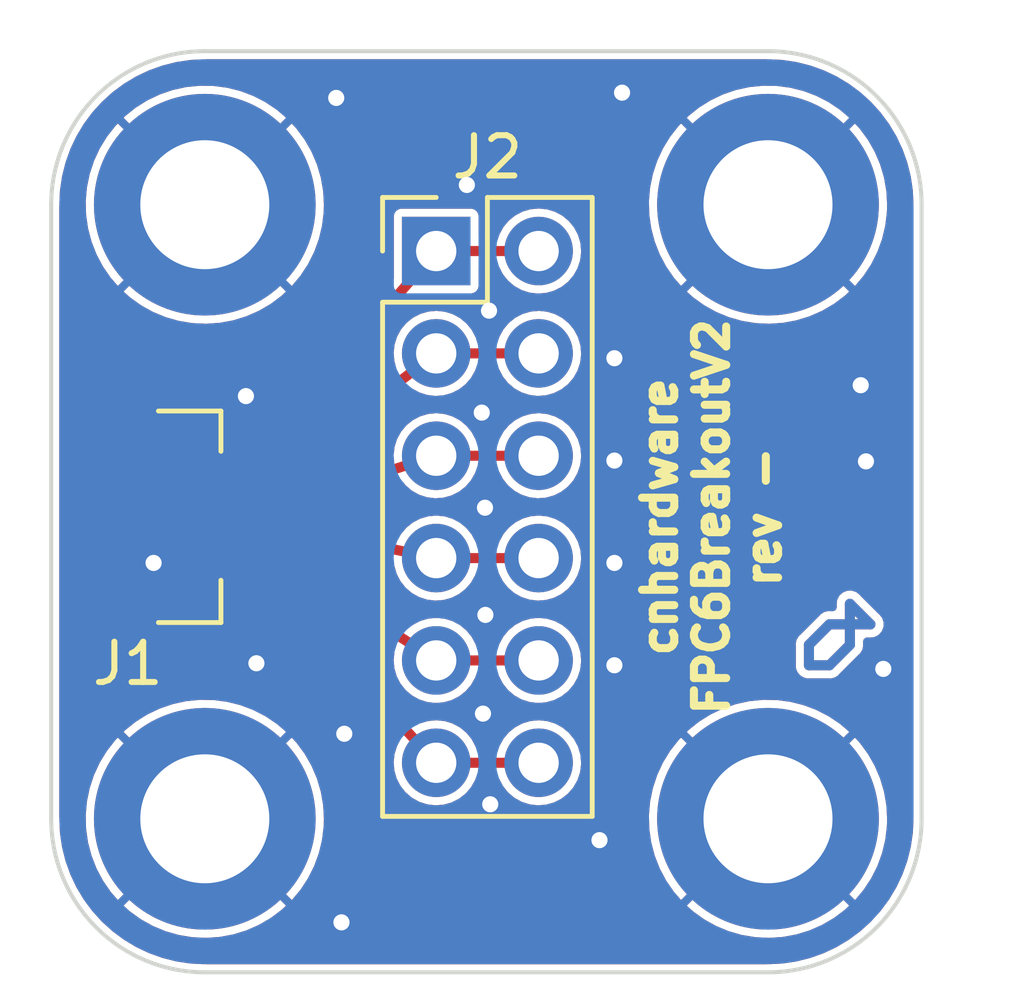
<source format=kicad_pcb>
(kicad_pcb (version 20211014) (generator pcbnew)
  (layers (0 "F.Cu" signal) (31 "B.Cu" signal) (34 "B.Paste" user) (35 "F.Paste" user) (36 "B.SilkS" user "B.Silkscreen") (37 "F.SilkS" user "F.Silkscreen") (38 "B.Mask" user) (39 "F.Mask" user) (44 "Edge.Cuts" user))
  (net 0 "")
  (net 1 "GND")
  (net 2 "Net-(J1-Pad1)")
  (net 3 "Net-(J1-Pad2)")
  (net 4 "Net-(J1-Pad3)")
  (net 5 "Net-(J1-Pad4)")
  (net 6 "Net-(J1-Pad5)")
  (net 7 "Net-(J1-Pad6)")
  (footprint "FPC-6P-_5mm-HC-FPC-05-09-6RLTAG:FPC-6P-_5mm-HC-FPC-05-09-6RLTAG" (layer "F.Cu") (at 47.88 52.17 -90)
    (fp_text reference "J1" (at 3.67 0.26 unlocked) (layer "F.SilkS"))
    (fp_text value "~")
    (fp_line (start 2.65 -2.05) (end 2.65 -0.5) (layer "F.SilkS") (width 0.12))
    (fp_line (start 1.6 -2.05) (end 2.65 -2.05) (layer "F.SilkS") (width 0.12))
    (fp_line (start -2.6 -0.5) (end -2.6 -2.05) (layer "F.SilkS") (width 0.12))
    (fp_line (start -2.6 -2.05) (end -1.6 -2.05) (layer "F.SilkS") (width 0.12))
    (pad "1" smd roundrect (at -1.25 -2.05 90) (size 0.27 0.8) (layers "F.Cu" "F.Paste" "F.Mask") (roundrect_rratio 0.1) (net 2 "Net-(J1-Pad1)"))
    (pad "2" smd roundrect (at -0.75 -2.05 90) (size 0.27 0.8) (layers "F.Cu" "F.Paste" "F.Mask") (roundrect_rratio 0.1) (net 3 "Net-(J1-Pad2)"))
    (pad "3" smd roundrect (at -0.25 -2.05 90) (size 0.27 0.8) (layers "F.Cu" "F.Paste" "F.Mask") (roundrect_rratio 0.1) (net 4 "Net-(J1-Pad3)"))
    (pad "4" smd roundrect (at 0.25 -2.05 90) (size 0.27 0.8) (layers "F.Cu" "F.Paste" "F.Mask") (roundrect_rratio 0.1) (net 5 "Net-(J1-Pad4)"))
    (pad "5" smd roundrect (at 0.75 -2.05 90) (size 0.27 0.8) (layers "F.Cu" "F.Paste" "F.Mask") (roundrect_rratio 0.1) (net 6 "Net-(J1-Pad5)"))
    (pad "6" smd roundrect (at 1.25 -2.05 90) (size 0.27 0.8) (layers "F.Cu" "F.Paste" "F.Mask") (roundrect_rratio 0.1) (net 7 "Net-(J1-Pad6)"))
    (pad "7" smd roundrect (at -2.25 0.45 90) (size 0.4 0.8) (layers "F.Cu" "F.Paste" "F.Mask") (roundrect_rratio 0.1) (net 1 "GND"))
    (pad "8" smd roundrect (at 2.25 0.45 90) (size 0.4 0.8) (layers "F.Cu" "F.Paste" "F.Mask") (roundrect_rratio 0.1) (net 1 "GND"))
  )
  (footprint "MountingHole:MountingHole_3.2mm_M3_ISO14580_Pad" (layer "F.Cu") (at 49.53 44.45)
    (fp_text reference "H4" hide)
    (fp_text value "~")
    (pad "1" thru_hole circle (at 0 0) (size 5.5 5.5) (drill 3.2) (layers *.Cu *.Mask) (net 1 "GND"))
  )
  (footprint "MountingHole:MountingHole_3.2mm_M3_ISO14580_Pad" (layer "F.Cu") (at 49.53 59.69)
    (fp_text reference "H1" hide)
    (fp_text value "~")
    (pad "1" thru_hole circle (at 0 0) (size 5.5 5.5) (drill 3.2) (layers *.Cu *.Mask) (net 1 "GND"))
  )
  (footprint "Connector_PinHeader_2.54mm:PinHeader_2x06_P2.54mm_Vertical" (layer "F.Cu") (at 55.27 45.6)
    (fp_text reference "J2" (at 1.27 -2.33) (layer "F.SilkS"))
    (fp_text value "~")
    (fp_line (start -1.33 1.27) (end 1.27 1.27) (layer "F.SilkS") (width 0.12))
    (fp_line (start 3.87 -1.33) (end 3.87 14.03) (layer "F.SilkS") (width 0.12))
    (fp_line (start 1.27 -1.33) (end 3.87 -1.33) (layer "F.SilkS") (width 0.12))
    (fp_line (start 1.27 1.27) (end 1.27 -1.33) (layer "F.SilkS") (width 0.12))
    (fp_line (start -1.33 0) (end -1.33 -1.33) (layer "F.SilkS") (width 0.12))
    (fp_line (start -1.33 1.27) (end -1.33 14.03) (layer "F.SilkS") (width 0.12))
    (fp_line (start -1.33 -1.33) (end 0 -1.33) (layer "F.SilkS") (width 0.12))
    (fp_line (start -1.33 14.03) (end 3.87 14.03) (layer "F.SilkS") (width 0.12))
    (pad "1" thru_hole rect (at 0 0) (size 1.7 1.7) (drill 1) (layers *.Cu *.Mask) (net 2 "Net-(J1-Pad1)"))
    (pad "2" thru_hole oval (at 2.54 0) (size 1.7 1.7) (drill 1) (layers *.Cu *.Mask) (net 2 "Net-(J1-Pad1)"))
    (pad "3" thru_hole oval (at 0 2.54) (size 1.7 1.7) (drill 1) (layers *.Cu *.Mask) (net 3 "Net-(J1-Pad2)"))
    (pad "4" thru_hole oval (at 2.54 2.54) (size 1.7 1.7) (drill 1) (layers *.Cu *.Mask) (net 3 "Net-(J1-Pad2)"))
    (pad "5" thru_hole oval (at 0 5.08) (size 1.7 1.7) (drill 1) (layers *.Cu *.Mask) (net 4 "Net-(J1-Pad3)"))
    (pad "6" thru_hole oval (at 2.54 5.08) (size 1.7 1.7) (drill 1) (layers *.Cu *.Mask) (net 4 "Net-(J1-Pad3)"))
    (pad "7" thru_hole oval (at 0 7.62) (size 1.7 1.7) (drill 1) (layers *.Cu *.Mask) (net 5 "Net-(J1-Pad4)"))
    (pad "8" thru_hole oval (at 2.54 7.62) (size 1.7 1.7) (drill 1) (layers *.Cu *.Mask) (net 5 "Net-(J1-Pad4)"))
    (pad "9" thru_hole oval (at 0 10.16) (size 1.7 1.7) (drill 1) (layers *.Cu *.Mask) (net 6 "Net-(J1-Pad5)"))
    (pad "10" thru_hole oval (at 2.54 10.16) (size 1.7 1.7) (drill 1) (layers *.Cu *.Mask) (net 6 "Net-(J1-Pad5)"))
    (pad "11" thru_hole oval (at 0 12.7) (size 1.7 1.7) (drill 1) (layers *.Cu *.Mask) (net 7 "Net-(J1-Pad6)"))
    (pad "12" thru_hole oval (at 2.54 12.7) (size 1.7 1.7) (drill 1) (layers *.Cu *.Mask) (net 7 "Net-(J1-Pad6)"))
  )
  (footprint "MountingHole:MountingHole_3.2mm_M3_ISO14580_Pad" (layer "F.Cu") (at 63.5 59.69)
    (fp_text reference "H2" hide)
    (fp_text value "~")
    (pad "1" thru_hole circle (at 0 0) (size 5.5 5.5) (drill 3.2) (layers *.Cu *.Mask) (net 1 "GND"))
  )
  (footprint "MountingHole:MountingHole_3.2mm_M3_ISO14580_Pad" (layer "F.Cu") (at 63.5 44.45)
    (fp_text reference "H3" hide)
    (fp_text value "~" hide)
    (pad "1" thru_hole circle (at 0 0) (size 5.5 5.5) (drill 3.2) (layers *.Cu *.Mask) (net 1 "GND"))
  )
  (gr_arc (start 67.31 59.69) (mid 66.194077 62.384077) (end 63.5 63.5) (layer "Edge.Cuts") (width 0.1))
  (gr_line (start 63.5 63.5) (end 49.53 63.5) (layer "Edge.Cuts") (width 0.1))
  (gr_arc (start 63.5 40.64) (mid 66.194077 41.755923) (end 67.31 44.45) (layer "Edge.Cuts") (width 0.1))
  (gr_line (start 63.5 40.64) (end 49.53 40.64) (layer "Edge.Cuts") (width 0.1))
  (gr_arc (start 45.72 44.45) (mid 46.835923 41.755923) (end 49.53 40.64) (layer "Edge.Cuts") (width 0.1))
  (gr_arc (start 49.53 63.5) (mid 46.835923 62.384077) (end 45.72 59.69) (layer "Edge.Cuts") (width 0.1))
  (gr_line (start 45.72 44.45) (end 45.72 59.69) (layer "Edge.Cuts") (width 0.1))
  (gr_line (start 67.31 59.69) (end 67.31 44.45) (layer "Edge.Cuts") (width 0.1))
  (gr_text "cnhardware\nFPC6BreakoutV2\nrev -" (at 62.103 52.197 90) (layer "F.SilkS") (effects (font (size 0.8 0.8) (thickness 0.2))))
  (segment (start 65.024 54.864) (end 64.516 55.372) (width 0.25) (layer "F.Cu") (net 0))
  (segment (start 64.516 55.372) (end 64.516 55.88) (width 0.25) (layer "F.Cu") (net 0))
  (segment (start 65.532 54.356) (end 66.04 54.864) (width 0.25) (layer "F.Cu") (net 0))
  (segment (start 64.516 55.88) (end 65.024 55.88) (width 0.25) (layer "F.Cu") (net 0))
  (segment (start 66.04 54.864) (end 65.024 54.864) (width 0.25) (layer "F.Cu") (net 0))
  (segment (start 65.532 55.372) (end 65.532 54.356) (width 0.25) (layer "F.Cu") (net 0))
  (segment (start 65.024 55.88) (end 65.532 55.372) (width 0.25) (layer "F.Cu") (net 0))
  (segment (start 65.532 55.372) (end 65.532 54.356) (width 0.25) (layer "B.Cu") (net 0))
  (segment (start 65.024 55.88) (end 65.532 55.372) (width 0.25) (layer "B.Cu") (net 0))
  (segment (start 64.516 55.88) (end 65.024 55.88) (width 0.25) (layer "B.Cu") (net 0))
  (segment (start 65.024 54.864) (end 64.516 55.372) (width 0.25) (layer "B.Cu") (net 0))
  (segment (start 65.532 54.356) (end 66.04 54.864) (width 0.25) (layer "B.Cu") (net 0))
  (segment (start 66.04 54.864) (end 65.024 54.864) (width 0.25) (layer "B.Cu") (net 0))
  (segment (start 64.516 55.372) (end 64.516 55.88) (width 0.25) (layer "B.Cu") (net 0))
  (via (at 56.58 47.08) (size 0.8) (drill 0.4) (layers "F.Cu" "B.Cu") (net 1))
  (via (at 56.61 59.33) (size 0.8) (drill 0.4) (layers "F.Cu" "B.Cu") (net 1))
  (via (at 56.49 54.63) (size 0.8) (drill 0.4) (layers "F.Cu" "B.Cu") (net 1))
  (via (at 56.03 43.96) (size 0.8) (drill 0.4) (layers "F.Cu" "B.Cu") (net 1))
  (via (at 59.69 55.88) (size 0.8) (drill 0.4) (layers "F.Cu" "B.Cu") (net 1))
  (via (at 59.69 53.34) (size 0.8) (drill 0.4) (layers "F.Cu" "B.Cu") (net 1))
  (via (at 52.92 62.26) (size 0.8) (drill 0.4) (layers "F.Cu" "B.Cu") (net 1))
  (via (at 66.36 55.97) (size 0.8) (drill 0.4) (layers "F.Cu" "B.Cu") (net 1))
  (via (at 56.4 49.61) (size 0.8) (drill 0.4) (layers "F.Cu" "B.Cu") (net 1))
  (via (at 59.88 41.67) (size 0.8) (drill 0.4) (layers "F.Cu" "B.Cu") (net 1))
  (via (at 65.8 48.93) (size 0.8) (drill 0.4) (layers "F.Cu" "B.Cu") (net 1))
  (via (at 65.93 50.82) (size 0.8) (drill 0.4) (layers "F.Cu" "B.Cu") (net 1))
  (via (at 52.99 57.58) (size 0.8) (drill 0.4) (layers "F.Cu" "B.Cu") (net 1))
  (via (at 56.43 57.08) (size 0.8) (drill 0.4) (layers "F.Cu" "B.Cu") (net 1))
  (via (at 56.48 51.97) (size 0.8) (drill 0.4) (layers "F.Cu" "B.Cu") (net 1))
  (via (at 50.55 49.2) (size 0.8) (drill 0.4) (layers "F.Cu" "B.Cu") (net 1))
  (via (at 48.26 53.34) (size 0.8) (drill 0.4) (layers "F.Cu" "B.Cu") (net 1))
  (via (at 52.79 41.8) (size 0.8) (drill 0.4) (layers "F.Cu" "B.Cu") (net 1))
  (via (at 50.81 55.83) (size 0.8) (drill 0.4) (layers "F.Cu" "B.Cu") (net 1))
  (via (at 59.69 48.26) (size 0.8) (drill 0.4) (layers "F.Cu" "B.Cu") (net 1))
  (via (at 59.32 60.22) (size 0.8) (drill 0.4) (layers "F.Cu" "B.Cu") (net 1))
  (via (at 59.69 50.8) (size 0.8) (drill 0.4) (layers "F.Cu" "B.Cu") (net 1))
  (segment (start 55.27 45.6) (end 57.81 45.6) (width 0.25) (layer "F.Cu") (net 2))
  (segment (start 50.63 50.92) (end 55.27 45.6) (width 0.25) (layer "F.Cu") (net 2))
  (segment (start 49.94 50.92) (end 50.63 50.92) (width 0.25) (layer "F.Cu") (net 2))
  (segment (start 50.99 51.42) (end 49.94 51.42) (width 0.25) (layer "F.Cu") (net 3))
  (segment (start 57.81 48.14) (end 55.27 48.14) (width 0.25) (layer "F.Cu") (net 3))
  (segment (start 55.27 48.14) (end 50.99 51.42) (width 0.25) (layer "F.Cu") (net 3))
  (segment (start 51.41 51.92) (end 55.27 50.68) (width 0.25) (layer "F.Cu") (net 4))
  (segment (start 49.94 51.92) (end 51.41 51.92) (width 0.25) (layer "F.Cu") (net 4))
  (segment (start 55.27 50.68) (end 57.81 50.68) (width 0.25) (layer "F.Cu") (net 4))
  (segment (start 57.81 53.22) (end 55.27 53.22) (width 0.25) (layer "F.Cu") (net 5))
  (segment (start 51.37 52.42) (end 49.94 52.42) (width 0.25) (layer "F.Cu") (net 5))
  (segment (start 55.27 53.22) (end 51.37 52.42) (width 0.25) (layer "F.Cu") (net 5))
  (segment (start 57.81 55.76) (end 55.27 55.76) (width 0.25) (layer "F.Cu") (net 6))
  (segment (start 50.92 52.92) (end 55.27 55.76) (width 0.25) (layer "F.Cu") (net 6))
  (segment (start 49.94 52.92) (end 50.92 52.92) (width 0.25) (layer "F.Cu") (net 6))
  (segment (start 55.27 58.3) (end 50.77 53.43) (width 0.25) (layer "F.Cu") (net 7))
  (segment (start 57.81 58.3) (end 55.27 58.3) (width 0.25) (layer "F.Cu") (net 7))
  (segment (start 50.77 53.43) (end 49.94 53.42) (width 0.25) (layer "F.Cu") (net 7))
  (zone (net 1) (net_name "GND") (layers F&B.Cu) (connect_pads (clearance 0.2)) (min_thickness 0.2) (fill yes (thermal_gap 0.2) (thermal_bridge_width 0.2))
    (polygon (pts (xy 69.85 63.5) (xy 44.45 63.5) (xy 44.45 39.37) (xy 69.85 39.37)))
  )
)
</source>
